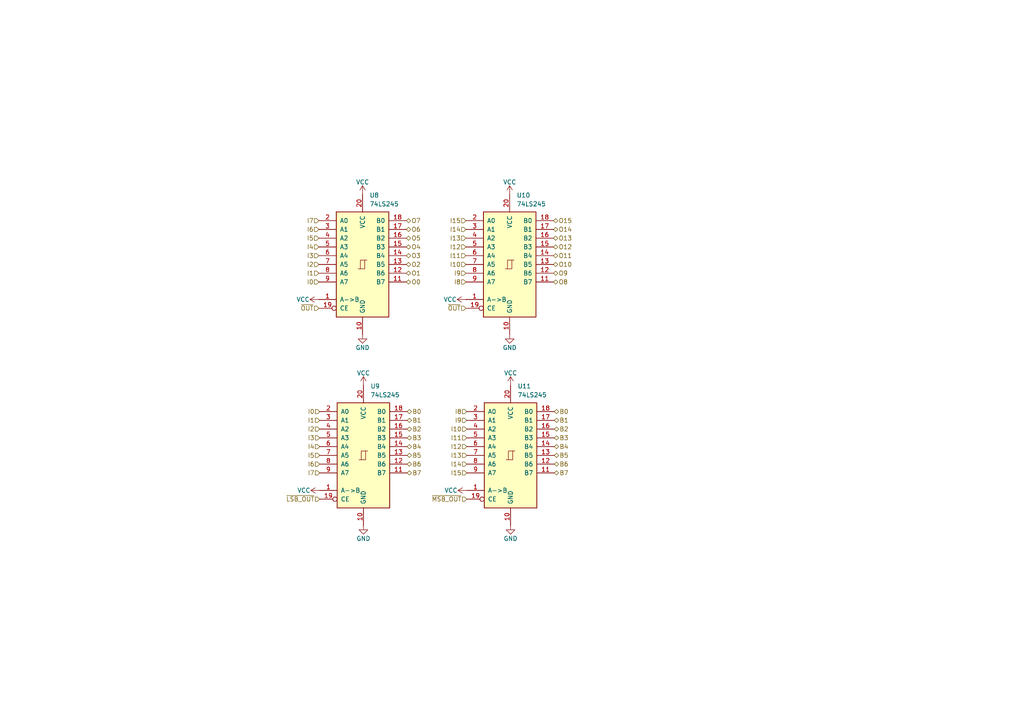
<source format=kicad_sch>
(kicad_sch (version 20211123) (generator eeschema)
  (paper "A4")
  (lib_symbols
    (symbol "74xx:74LS245" (pin_names (offset 1.016))
      (property "Reference" "U" (at -7.62 16.51 0))
      (property "Value" "74LS245" (at -7.62 -16.51 0))
      (symbol "74LS245_1_0"
        (polyline (pts (xy -0.635 -1.27) (xy -0.635 1.27) (xy 0.635 1.27)))
        (polyline (pts (xy -1.27 -1.27) (xy 0.635 -1.27) (xy 0.635 1.27) (xy 1.27 1.27)))
        (pin input line (at -12.7 -10.16 0) (length 5.08) (name "A->B") (number "1"))
        (pin power_in line (at 0 -20.32 90) (length 5.08) (name "GND") (number "10"))
        (pin tri_state line (at 12.7 -5.08 180) (length 5.08) (name "B7") (number "11"))
        (pin tri_state line (at 12.7 -2.54 180) (length 5.08) (name "B6") (number "12"))
        (pin tri_state line (at 12.7 0 180) (length 5.08) (name "B5") (number "13"))
        (pin tri_state line (at 12.7 2.54 180) (length 5.08) (name "B4") (number "14"))
        (pin tri_state line (at 12.7 5.08 180) (length 5.08) (name "B3") (number "15"))
        (pin tri_state line (at 12.7 7.62 180) (length 5.08) (name "B2") (number "16"))
        (pin tri_state line (at 12.7 10.16 180) (length 5.08) (name "B1") (number "17"))
        (pin tri_state line (at 12.7 12.7 180) (length 5.08) (name "B0") (number "18"))
        (pin input inverted (at -12.7 -12.7 0) (length 5.08) (name "CE") (number "19"))
        (pin tri_state line (at -12.7 12.7 0) (length 5.08) (name "A0") (number "2"))
        (pin power_in line (at 0 20.32 270) (length 5.08) (name "VCC") (number "20"))
        (pin tri_state line (at -12.7 10.16 0) (length 5.08) (name "A1") (number "3"))
        (pin tri_state line (at -12.7 7.62 0) (length 5.08) (name "A2") (number "4"))
        (pin tri_state line (at -12.7 5.08 0) (length 5.08) (name "A3") (number "5"))
        (pin tri_state line (at -12.7 2.54 0) (length 5.08) (name "A4") (number "6"))
        (pin tri_state line (at -12.7 0 0) (length 5.08) (name "A5") (number "7"))
        (pin tri_state line (at -12.7 -2.54 0) (length 5.08) (name "A6") (number "8"))
        (pin tri_state line (at -12.7 -5.08 0) (length 5.08) (name "A7") (number "9"))
      )
      (symbol "74LS245_1_1"
        (rectangle (start -7.62 15.24) (end 7.62 -15.24) (stroke (width 0.254)) (fill (type background)))
      )
    )
    (symbol "power:GND" (power) (pin_names (offset 0))
      (property "Value" "GND" (at 0 -3.81 0))
      (symbol "GND_0_1"
        (polyline (pts (xy 0 0) (xy 0 -1.27) (xy 1.27 -1.27) (xy 0 -2.54) (xy -1.27 -1.27) (xy 0 -1.27)))
      )
      (symbol "GND_1_1"
        (pin power_in line (at 0 0 270) (length 0) hide (name "GND") (number "1"))
      )
    )
    (symbol "power:VCC" (power) (pin_names (offset 0))
      (property "Value" "VCC" (at 0 3.81 0))
      (symbol "VCC_0_1"
        (polyline (pts (xy -0.762 1.27) (xy 0 2.54)))
        (polyline (pts (xy 0 0) (xy 0 2.54)))
        (polyline (pts (xy 0 2.54) (xy 0.762 1.27)))
      )
      (symbol "VCC_1_1"
        (pin power_in line (at 0 0 90) (length 0) hide (name "VCC") (number "1"))
      )
    )
  )
  (hierarchical_label "O6" (shape tri_state) (at 117.856 66.548 0))
  (hierarchical_label "I12" (shape input) (at 135.382 129.54 180))
  (hierarchical_label "B5" (shape tri_state) (at 160.782 132.08 0))
  (hierarchical_label "I2" (shape input) (at 92.456 76.708 180))
  (hierarchical_label "B1" (shape tri_state) (at 160.782 121.92 0))
  (hierarchical_label "B0" (shape tri_state) (at 160.782 119.38 0))
  (hierarchical_label "O15" (shape tri_state) (at 160.528 64.008 0))
  (hierarchical_label "I3" (shape input) (at 92.71 127 180))
  (hierarchical_label "I15" (shape input) (at 135.382 137.16 180))
  (hierarchical_label "I10" (shape input) (at 135.382 124.46 180))
  (hierarchical_label "I11" (shape input) (at 135.382 127 180))
  (hierarchical_label "B7" (shape tri_state) (at 118.11 137.16 0))
  (hierarchical_label "B2" (shape tri_state) (at 160.782 124.46 0))
  (hierarchical_label "B3" (shape tri_state) (at 118.11 127 0))
  (hierarchical_label "O9" (shape tri_state) (at 160.528 79.248 0))
  (hierarchical_label "I7" (shape input) (at 92.456 64.008 180))
  (hierarchical_label "I9" (shape input) (at 135.382 121.92 180))
  (hierarchical_label "O0" (shape tri_state) (at 117.856 81.788 0))
  (hierarchical_label "B2" (shape tri_state) (at 118.11 124.46 0))
  (hierarchical_label "I1" (shape input) (at 92.71 121.92 180))
  (hierarchical_label "~{LSB_OUT}" (shape input) (at 92.71 144.78 180))
  (hierarchical_label "I5" (shape input) (at 92.71 132.08 180))
  (hierarchical_label "O12" (shape tri_state) (at 160.528 71.628 0))
  (hierarchical_label "O2" (shape tri_state) (at 117.856 76.708 0))
  (hierarchical_label "I6" (shape input) (at 92.456 66.548 180))
  (hierarchical_label "I4" (shape input) (at 92.71 129.54 180))
  (hierarchical_label "B6" (shape tri_state) (at 118.11 134.62 0))
  (hierarchical_label "B0" (shape tri_state) (at 118.11 119.38 0))
  (hierarchical_label "O13" (shape tri_state) (at 160.528 69.088 0))
  (hierarchical_label "B1" (shape tri_state) (at 118.11 121.92 0))
  (hierarchical_label "I14" (shape input) (at 135.382 134.62 180))
  (hierarchical_label "I14" (shape input) (at 135.128 66.548 180))
  (hierarchical_label "I8" (shape input) (at 135.382 119.38 180))
  (hierarchical_label "I6" (shape input) (at 92.71 134.62 180))
  (hierarchical_label "O7" (shape tri_state) (at 117.856 64.008 0))
  (hierarchical_label "B6" (shape tri_state) (at 160.782 134.62 0))
  (hierarchical_label "I5" (shape input) (at 92.456 69.088 180))
  (hierarchical_label "I13" (shape input) (at 135.382 132.08 180))
  (hierarchical_label "B5" (shape tri_state) (at 118.11 132.08 0))
  (hierarchical_label "I10" (shape input) (at 135.128 76.708 180))
  (hierarchical_label "O5" (shape tri_state) (at 117.856 69.088 0))
  (hierarchical_label "I2" (shape input) (at 92.71 124.46 180))
  (hierarchical_label "I15" (shape input) (at 135.128 64.008 180))
  (hierarchical_label "O4" (shape tri_state) (at 117.856 71.628 0))
  (hierarchical_label "~{OUT}" (shape input) (at 135.128 89.408 180))
  (hierarchical_label "O1" (shape tri_state) (at 117.856 79.248 0))
  (hierarchical_label "B7" (shape tri_state) (at 160.782 137.16 0))
  (hierarchical_label "O10" (shape tri_state) (at 160.528 76.708 0))
  (hierarchical_label "O14" (shape tri_state) (at 160.528 66.548 0))
  (hierarchical_label "I4" (shape input) (at 92.456 71.628 180))
  (hierarchical_label "B4" (shape tri_state) (at 118.11 129.54 0))
  (hierarchical_label "I0" (shape input) (at 92.456 81.788 180))
  (hierarchical_label "I7" (shape input) (at 92.71 137.16 180))
  (hierarchical_label "I1" (shape input) (at 92.456 79.248 180))
  (hierarchical_label "~{OUT}" (shape input) (at 92.456 89.408 180))
  (hierarchical_label "I8" (shape input) (at 135.128 81.788 180))
  (hierarchical_label "B3" (shape tri_state) (at 160.782 127 0))
  (hierarchical_label "O8" (shape tri_state) (at 160.528 81.788 0))
  (hierarchical_label "I3" (shape input) (at 92.456 74.168 180))
  (hierarchical_label "I13" (shape input) (at 135.128 69.088 180))
  (hierarchical_label "O3" (shape tri_state) (at 117.856 74.168 0))
  (hierarchical_label "I9" (shape input) (at 135.128 79.248 180))
  (hierarchical_label "B4" (shape tri_state) (at 160.782 129.54 0))
  (hierarchical_label "I12" (shape input) (at 135.128 71.628 180))
  (hierarchical_label "I11" (shape input) (at 135.128 74.168 180))
  (hierarchical_label "O11" (shape tri_state) (at 160.528 74.168 0))
  (hierarchical_label "I0" (shape input) (at 92.71 119.38 180))
  (hierarchical_label "~{MSB_OUT}" (shape input) (at 135.382 144.78 180))
  (symbol (lib_id "power:VCC") (at 135.128 86.868 90) (unit 1)
    (property "Reference" "#PWR032" (effects hide))
    (property "Value" "VCC" (at 130.556 86.868 90))
  )
  (symbol (lib_id "power:VCC") (at 92.456 86.868 90) (unit 1)
    (property "Reference" "#PWR026" (effects hide))
    (property "Value" "VCC" (at 87.884 86.868 90))
  )
  (symbol (lib_id "power:VCC") (at 147.828 56.388 0) (unit 1)
    (property "Reference" "#PWR034" (effects hide))
    (property "Value" "VCC" (at 147.828 52.832 0))
  )
  (symbol (lib_id "power:GND") (at 147.828 97.028 0) (unit 1)
    (property "Reference" "#PWR035" (effects hide))
    (property "Value" "GND" (at 147.828 100.838 0))
  )
  (symbol (lib_id "power:VCC") (at 92.71 142.24 90) (unit 1)
    (property "Reference" "#PWR027" (effects hide))
    (property "Value" "VCC" (at 88.138 142.24 90))
  )
  (symbol (lib_id "power:VCC") (at 105.41 111.76 0) (unit 1)
    (property "Reference" "#PWR030" (effects hide))
    (property "Value" "VCC" (at 105.41 108.204 0))
  )
  (symbol (lib_id "power:GND") (at 105.156 97.028 0) (unit 1)
    (property "Reference" "#PWR029" (effects hide))
    (property "Value" "GND" (at 105.156 100.838 0))
  )
  (symbol (lib_id "power:GND") (at 148.082 152.4 0) (unit 1)
    (property "Reference" "#PWR037" (effects hide))
    (property "Value" "GND" (at 148.082 156.21 0))
  )
  (symbol (lib_id "74xx:74LS245") (at 147.828 76.708 0) (unit 1)
    (property "Reference" "U10" (at 149.8474 56.642 0) (effects (justify left)))
    (property "Value" "74LS245" (at 149.8474 59.182 0) (effects (justify left)))
    (property "Footprint" "Package_SO:SOIC-20W_7.5x12.8mm_P1.27mm" (effects hide))
    (property "Datasheet" "http://www.ti.com/lit/gpn/sn74LS245" (effects hide))
  )
  (symbol (lib_id "74xx:74LS245") (at 105.156 76.708 0) (unit 1)
    (property "Reference" "U8" (at 107.1754 56.642 0) (effects (justify left)))
    (property "Value" "74LS245" (at 107.1754 59.182 0) (effects (justify left)))
    (property "Footprint" "Package_SO:SOIC-20W_7.5x12.8mm_P1.27mm" (effects hide))
    (property "Datasheet" "http://www.ti.com/lit/gpn/sn74LS245" (effects hide))
  )
  (symbol (lib_id "power:GND") (at 105.41 152.4 0) (unit 1)
    (property "Reference" "#PWR031" (effects hide))
    (property "Value" "GND" (at 105.41 156.21 0))
  )
  (symbol (lib_id "74xx:74LS245") (at 148.082 132.08 0) (unit 1)
    (property "Reference" "U11" (at 150.1014 112.014 0) (effects (justify left)))
    (property "Value" "74LS245" (at 150.1014 114.554 0) (effects (justify left)))
    (property "Footprint" "Package_SO:SOIC-20W_7.5x12.8mm_P1.27mm" (effects hide))
    (property "Datasheet" "http://www.ti.com/lit/gpn/sn74LS245" (effects hide))
  )
  (symbol (lib_id "power:VCC") (at 105.156 56.388 0) (unit 1)
    (property "Reference" "#PWR028" (effects hide))
    (property "Value" "VCC" (at 105.156 52.832 0))
  )
  (symbol (lib_id "power:VCC") (at 135.382 142.24 90) (unit 1)
    (property "Reference" "#PWR033" (effects hide))
    (property "Value" "VCC" (at 130.81 142.24 90))
  )
  (symbol (lib_id "power:VCC") (at 148.082 111.76 0) (unit 1)
    (property "Reference" "#PWR036" (effects hide))
    (property "Value" "VCC" (at 148.082 108.204 0))
  )
  (symbol (lib_id "74xx:74LS245") (at 105.41 132.08 0) (unit 1)
    (property "Reference" "U9" (at 107.4294 112.014 0) (effects (justify left)))
    (property "Value" "74LS245" (at 107.4294 114.554 0) (effects (justify left)))
    (property "Footprint" "Package_SO:SOIC-20W_7.5x12.8mm_P1.27mm" (effects hide))
    (property "Datasheet" "http://www.ti.com/lit/gpn/sn74LS245" (effects hide))
  )
)
</source>
